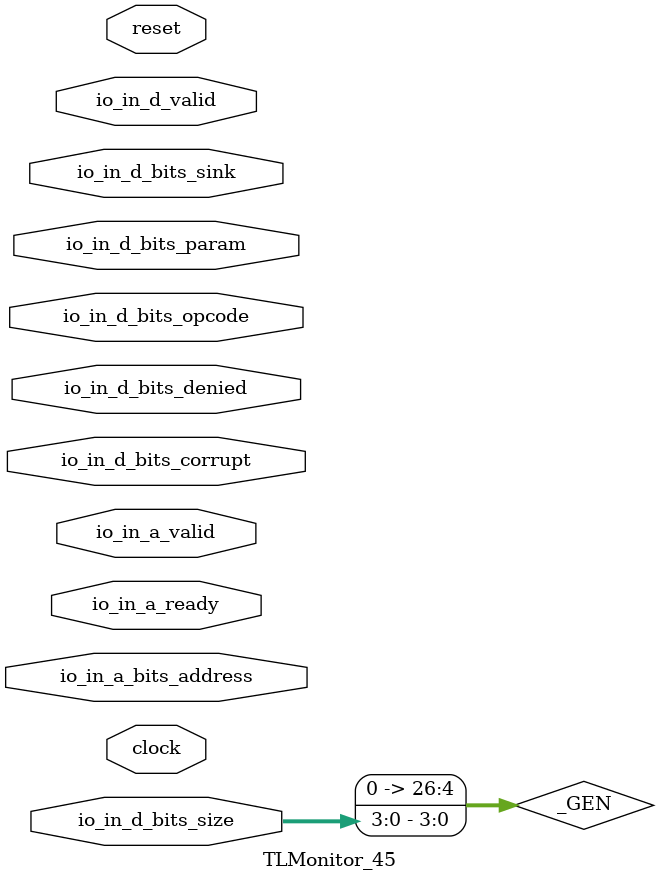
<source format=sv>
`ifndef RANDOMIZE
  `ifdef RANDOMIZE_REG_INIT
    `define RANDOMIZE
  `endif // RANDOMIZE_REG_INIT
`endif // not def RANDOMIZE
`ifndef RANDOMIZE
  `ifdef RANDOMIZE_MEM_INIT
    `define RANDOMIZE
  `endif // RANDOMIZE_MEM_INIT
`endif // not def RANDOMIZE

`ifndef RANDOM
  `define RANDOM $random
`endif // not def RANDOM

// Users can define 'PRINTF_COND' to add an extra gate to prints.
`ifndef PRINTF_COND_
  `ifdef PRINTF_COND
    `define PRINTF_COND_ (`PRINTF_COND)
  `else  // PRINTF_COND
    `define PRINTF_COND_ 1
  `endif // PRINTF_COND
`endif // not def PRINTF_COND_

// Users can define 'ASSERT_VERBOSE_COND' to add an extra gate to assert error printing.
`ifndef ASSERT_VERBOSE_COND_
  `ifdef ASSERT_VERBOSE_COND
    `define ASSERT_VERBOSE_COND_ (`ASSERT_VERBOSE_COND)
  `else  // ASSERT_VERBOSE_COND
    `define ASSERT_VERBOSE_COND_ 1
  `endif // ASSERT_VERBOSE_COND
`endif // not def ASSERT_VERBOSE_COND_

// Users can define 'STOP_COND' to add an extra gate to stop conditions.
`ifndef STOP_COND_
  `ifdef STOP_COND
    `define STOP_COND_ (`STOP_COND)
  `else  // STOP_COND
    `define STOP_COND_ 1
  `endif // STOP_COND
`endif // not def STOP_COND_

// Users can define INIT_RANDOM as general code that gets injected into the
// initializer block for modules with registers.
`ifndef INIT_RANDOM
  `define INIT_RANDOM
`endif // not def INIT_RANDOM

// If using random initialization, you can also define RANDOMIZE_DELAY to
// customize the delay used, otherwise 0.002 is used.
`ifndef RANDOMIZE_DELAY
  `define RANDOMIZE_DELAY 0.002
`endif // not def RANDOMIZE_DELAY

// Define INIT_RANDOM_PROLOG_ for use in our modules below.
`ifndef INIT_RANDOM_PROLOG_
  `ifdef RANDOMIZE
    `ifdef VERILATOR
      `define INIT_RANDOM_PROLOG_ `INIT_RANDOM
    `else  // VERILATOR
      `define INIT_RANDOM_PROLOG_ `INIT_RANDOM #`RANDOMIZE_DELAY begin end
    `endif // VERILATOR
  `else  // RANDOMIZE
    `define INIT_RANDOM_PROLOG_
  `endif // RANDOMIZE
`endif // not def INIT_RANDOM_PROLOG_

module TLMonitor_45(
  input        clock,
               reset,
               io_in_a_ready,
               io_in_a_valid,
  input [31:0] io_in_a_bits_address,
  input        io_in_d_valid,
  input [2:0]  io_in_d_bits_opcode,
  input [1:0]  io_in_d_bits_param,
  input [3:0]  io_in_d_bits_size,
  input [2:0]  io_in_d_bits_sink,
  input        io_in_d_bits_denied,
               io_in_d_bits_corrupt
);

  wire [31:0] _plusarg_reader_1_out;	// @[PlusArg.scala:80:11]
  wire [31:0] _plusarg_reader_out;	// @[PlusArg.scala:80:11]
  wire        _T_1274 = io_in_a_ready & io_in_a_valid;	// @[Decoupled.scala:51:35]
  reg  [8:0]  a_first_counter;	// @[Edges.scala:228:27]
  reg  [2:0]  opcode;	// @[Monitor.scala:384:22]
  reg  [2:0]  param;	// @[Monitor.scala:385:22]
  reg  [3:0]  size;	// @[Monitor.scala:386:22]
  reg         source;	// @[Monitor.scala:387:22]
  reg  [31:0] address;	// @[Monitor.scala:388:22]
  reg  [8:0]  d_first_counter;	// @[Edges.scala:228:27]
  reg  [2:0]  opcode_1;	// @[Monitor.scala:535:22]
  reg  [1:0]  param_1;	// @[Monitor.scala:536:22]
  reg  [3:0]  size_1;	// @[Monitor.scala:537:22]
  reg         source_1;	// @[Monitor.scala:538:22]
  reg  [2:0]  sink;	// @[Monitor.scala:539:22]
  reg         denied;	// @[Monitor.scala:540:22]
  reg         inflight;	// @[Monitor.scala:611:27]
  reg  [3:0]  inflight_opcodes;	// @[Monitor.scala:613:35]
  reg  [7:0]  inflight_sizes;	// @[Monitor.scala:615:33]
  reg  [8:0]  a_first_counter_1;	// @[Edges.scala:228:27]
  wire        a_first_1 = a_first_counter_1 == 9'h0;	// @[Edges.scala:228:27, :230:25]
  reg  [8:0]  d_first_counter_1;	// @[Edges.scala:228:27]
  wire        d_first_1 = d_first_counter_1 == 9'h0;	// @[Edges.scala:228:27, :230:25]
  wire        a_set = _T_1274 & a_first_1;	// @[Decoupled.scala:51:35, Edges.scala:230:25, Monitor.scala:652:27]
  wire        d_release_ack = io_in_d_bits_opcode == 3'h6;	// @[Monitor.scala:81:25, :670:46]
  reg  [31:0] watchdog;	// @[Monitor.scala:706:27]
  reg  [8:0]  d_first_counter_2;	// @[Edges.scala:228:27]
  wire        d_first_2 = d_first_counter_2 == 9'h0;	// @[Edges.scala:228:27, :230:25]
  wire [26:0] _GEN = {23'h0, io_in_d_bits_size};	// @[package.scala:235:71]
  wire [26:0] _d_first_beats1_decode_T_1 = 27'hFFF << _GEN;	// @[package.scala:235:71]
  wire [26:0] _d_first_beats1_decode_T_5 = 27'hFFF << _GEN;	// @[package.scala:235:71]
  wire [26:0] _d_first_beats1_decode_T_9 = 27'hFFF << _GEN;	// @[package.scala:235:71]
  wire        d_clr = io_in_d_valid & d_first_1 & ~d_release_ack;	// @[Edges.scala:230:25, Monitor.scala:670:46, :671:74, :675:72]
  wire        _T_1165 = _T_1274 & ~(|a_first_counter);	// @[Decoupled.scala:51:35, Edges.scala:228:27, :230:25, Monitor.scala:396:20]
  wire        _T_1193 = io_in_d_valid & ~(|d_first_counter);	// @[Edges.scala:228:27, :230:25, Monitor.scala:549:20]
  always @(posedge clock) begin
    if (reset) begin
      a_first_counter <= 9'h0;	// @[Edges.scala:228:27]
      d_first_counter <= 9'h0;	// @[Edges.scala:228:27]
      inflight <= 1'h0;	// @[Monitor.scala:611:27]
      inflight_opcodes <= 4'h0;	// @[Misc.scala:205:21, Monitor.scala:613:35, :638:65]
      inflight_sizes <= 8'h0;	// @[Monitor.scala:615:33, :745:35]
      a_first_counter_1 <= 9'h0;	// @[Edges.scala:228:27]
      d_first_counter_1 <= 9'h0;	// @[Edges.scala:228:27]
      watchdog <= 32'h0;	// @[Bundles.scala:259:74, Monitor.scala:706:27]
      d_first_counter_2 <= 9'h0;	// @[Edges.scala:228:27]
    end
    else begin
      if (_T_1274) begin	// @[Decoupled.scala:51:35]
        if (|a_first_counter)	// @[Edges.scala:228:27, :230:25]
          a_first_counter <= a_first_counter - 9'h1;	// @[Edges.scala:228:27, :229:28]
        else	// @[Edges.scala:230:25]
          a_first_counter <= 9'h0;	// @[Edges.scala:228:27]
        if (a_first_1)	// @[Edges.scala:230:25]
          a_first_counter_1 <= 9'h0;	// @[Edges.scala:228:27]
        else	// @[Edges.scala:230:25]
          a_first_counter_1 <= a_first_counter_1 - 9'h1;	// @[Edges.scala:228:27, :229:28]
      end
      if (io_in_d_valid) begin
        if (|d_first_counter)	// @[Edges.scala:228:27, :230:25]
          d_first_counter <= d_first_counter - 9'h1;	// @[Edges.scala:228:27, :229:28]
        else if (io_in_d_bits_opcode[0])	// @[Edges.scala:105:36]
          d_first_counter <= ~(_d_first_beats1_decode_T_1[11:3]);	// @[Edges.scala:228:27, package.scala:235:{46,71,76}]
        else	// @[Edges.scala:105:36]
          d_first_counter <= 9'h0;	// @[Edges.scala:228:27]
        if (d_first_1) begin	// @[Edges.scala:230:25]
          if (io_in_d_bits_opcode[0])	// @[Edges.scala:105:36]
            d_first_counter_1 <= ~(_d_first_beats1_decode_T_5[11:3]);	// @[Edges.scala:228:27, package.scala:235:{46,71,76}]
          else	// @[Edges.scala:105:36]
            d_first_counter_1 <= 9'h0;	// @[Edges.scala:228:27]
        end
        else	// @[Edges.scala:230:25]
          d_first_counter_1 <= d_first_counter_1 - 9'h1;	// @[Edges.scala:228:27, :229:28]
        if (d_first_2) begin	// @[Edges.scala:230:25]
          if (io_in_d_bits_opcode[0])	// @[Edges.scala:105:36]
            d_first_counter_2 <= ~(_d_first_beats1_decode_T_9[11:3]);	// @[Edges.scala:228:27, package.scala:235:{46,71,76}]
          else	// @[Edges.scala:105:36]
            d_first_counter_2 <= 9'h0;	// @[Edges.scala:228:27]
        end
        else	// @[Edges.scala:230:25]
          d_first_counter_2 <= d_first_counter_2 - 9'h1;	// @[Edges.scala:228:27, :229:28]
      end
      inflight <= (inflight | a_set) & ~d_clr;	// @[Monitor.scala:611:27, :652:27, :675:72, :702:{27,36,38}]
      inflight_opcodes <= (inflight_opcodes | (a_set ? 4'h9 : 4'h0)) & ~{4{d_clr}};	// @[Misc.scala:205:21, Monitor.scala:613:35, :627:33, :638:65, :652:{27,72}, :654:61, :656:28, :665:33, :675:{72,91}, :677:21, :703:{43,60,62}]
      inflight_sizes <= (inflight_sizes | (a_set ? {3'h0, a_set ? 5'hD : 5'h0} : 8'h0)) & ~{8{d_clr}};	// @[Monitor.scala:615:33, :629:31, :645:38, :652:{27,72}, :655:{28,59}, :657:28, :667:31, :675:{72,91}, :678:21, :704:{39,54,56}, :745:35]
      if (_T_1274 | io_in_d_valid)	// @[Decoupled.scala:51:35, Monitor.scala:712:27]
        watchdog <= 32'h0;	// @[Bundles.scala:259:74, Monitor.scala:706:27]
      else	// @[Monitor.scala:712:27]
        watchdog <= watchdog + 32'h1;	// @[Monitor.scala:706:27, :711:26]
    end
    if (_T_1165) begin	// @[Monitor.scala:396:20]
      opcode <= 3'h4;	// @[Monitor.scala:384:22]
      param <= 3'h0;	// @[Monitor.scala:385:22]
      size <= 4'h6;	// @[Monitor.scala:386:22]
      address <= io_in_a_bits_address;	// @[Monitor.scala:388:22]
    end
    source <= ~_T_1165 & source;	// @[Monitor.scala:387:22, :396:{20,32}, :400:15]
    if (_T_1193) begin	// @[Monitor.scala:549:20]
      opcode_1 <= io_in_d_bits_opcode;	// @[Monitor.scala:535:22]
      param_1 <= io_in_d_bits_param;	// @[Monitor.scala:536:22]
      size_1 <= io_in_d_bits_size;	// @[Monitor.scala:537:22]
      sink <= io_in_d_bits_sink;	// @[Monitor.scala:539:22]
      denied <= io_in_d_bits_denied;	// @[Monitor.scala:540:22]
    end
    source_1 <= ~_T_1193 & source_1;	// @[Monitor.scala:538:22, :549:{20,32}, :553:15]
  end // always @(posedge)
  `ifndef SYNTHESIS
    wire  [7:0][2:0] _GEN_0 = '{3'h4, 3'h5, 3'h2, 3'h1, 3'h1, 3'h1, 3'h0, 3'h0};	// @[Monitor.scala:690:38]
    wire  [7:0][2:0] _GEN_1 = '{3'h4, 3'h4, 3'h2, 3'h1, 3'h1, 3'h1, 3'h0, 3'h0};	// @[Monitor.scala:689:38]
    wire             _GEN_2 = io_in_d_valid & io_in_d_bits_opcode == 3'h6;	// @[Monitor.scala:81:25, :310:{25,52}]
    wire             _GEN_3 = io_in_d_bits_size < 4'h3;	// @[Monitor.scala:312:27]
    wire             _GEN_4 = io_in_d_valid & io_in_d_bits_opcode == 3'h4;	// @[Monitor.scala:318:{25,47}]
    wire             _GEN_5 = io_in_d_bits_param == 2'h2;	// @[Bundles.scala:111:27, Monitor.scala:323:28]
    wire             _GEN_6 = io_in_d_valid & io_in_d_bits_opcode == 3'h5;	// @[Monitor.scala:146:25, :328:{25,51}]
    wire             _GEN_7 = io_in_d_valid & io_in_d_bits_opcode == 3'h0;	// @[Monitor.scala:338:{25,51}]
    wire             _GEN_8 = io_in_d_valid & io_in_d_bits_opcode == 3'h1;	// @[Misc.scala:201:81, Monitor.scala:346:{25,55}]
    wire             _GEN_9 = io_in_d_valid & io_in_d_bits_opcode == 3'h2;	// @[Monitor.scala:354:{25,49}, :640:42]
    wire             _T_1143 = io_in_a_valid & (|a_first_counter);	// @[Edges.scala:228:27, :230:25, Monitor.scala:389:19]
    wire             _T_1167 = io_in_d_valid & (|d_first_counter);	// @[Edges.scala:228:27, :230:25, Monitor.scala:541:19]
    wire             a_set_wo_ready = io_in_a_valid & a_first_1;	// @[Edges.scala:230:25, Monitor.scala:648:26]
    wire             _T_1246 = io_in_d_valid & d_first_1;	// @[Edges.scala:230:25, Monitor.scala:671:26]
    wire             _T_1217 = _T_1246 & ~d_release_ack;	// @[Monitor.scala:670:46, :671:{26,74}, :680:71]
    wire             _GEN_10 = _T_1217 & a_set_wo_ready;	// @[Monitor.scala:648:26, :680:71, :684:30]
    wire             _GEN_11 = _T_1217 & ~a_set_wo_ready;	// @[Monitor.scala:648:26, :680:71, :684:30]
    wire             _T_1303 = io_in_d_valid & d_first_2 & d_release_ack;	// @[Edges.scala:230:25, Monitor.scala:670:46, :791:71]
    always @(posedge clock) begin	// @[Monitor.scala:42:11]
      if (io_in_a_valid & ~reset & ~(io_in_a_bits_address[31:12] == 20'h3 | {io_in_a_bits_address[31:15], io_in_a_bits_address[13:12]} == 19'h0 | io_in_a_bits_address[31:16] == 16'h1 | io_in_a_bits_address[31:16] == 16'h2 | {io_in_a_bits_address[31:17] ^ 15'h8, io_in_a_bits_address[15:12]} == 19'h0 | io_in_a_bits_address[31:16] == 16'h200 | io_in_a_bits_address[31:12] == 20'h2010 | io_in_a_bits_address[31:26] == 6'h3 | io_in_a_bits_address[31:12] == 20'h10000 | io_in_a_bits_address[31:12] == 20'h54000 | io_in_a_bits_address[31:28] == 4'h8)) begin	// @[Monitor.scala:42:11, Parameters.scala:137:{31,45,65}, :672:30]
        if (`ASSERT_VERBOSE_COND_)	// @[Monitor.scala:42:11]
          $error("Assertion failed: 'A' channel carries Get type which slave claims it can't support (connected at tile.scala:138:21)\n    at Monitor.scala:42 assert(cond, message)\n");	// @[Monitor.scala:42:11]
        if (`STOP_COND_)	// @[Monitor.scala:42:11]
          $fatal;	// @[Monitor.scala:42:11]
      end
      if (io_in_a_valid & ~reset & (|(io_in_a_bits_address[5:0]))) begin	// @[Edges.scala:20:{16,24}, Monitor.scala:42:11]
        if (`ASSERT_VERBOSE_COND_)	// @[Monitor.scala:42:11]
          $error("Assertion failed: 'A' channel Get address not aligned to size (connected at tile.scala:138:21)\n    at Monitor.scala:42 assert(cond, message)\n");	// @[Monitor.scala:42:11]
        if (`STOP_COND_)	// @[Monitor.scala:42:11]
          $fatal;	// @[Monitor.scala:42:11]
      end
      if (io_in_d_valid & ~reset & (&io_in_d_bits_opcode)) begin	// @[Bundles.scala:45:24, Monitor.scala:49:11]
        if (`ASSERT_VERBOSE_COND_)	// @[Monitor.scala:49:11]
          $error("Assertion failed: 'D' channel has invalid opcode (connected at tile.scala:138:21)\n    at Monitor.scala:49 assert(cond, message)\n");	// @[Monitor.scala:49:11]
        if (`STOP_COND_)	// @[Monitor.scala:49:11]
          $fatal;	// @[Monitor.scala:49:11]
      end
      if (_GEN_2 & ~reset & _GEN_3) begin	// @[Monitor.scala:49:11, :310:52, :312:27]
        if (`ASSERT_VERBOSE_COND_)	// @[Monitor.scala:49:11]
          $error("Assertion failed: 'D' channel ReleaseAck smaller than a beat (connected at tile.scala:138:21)\n    at Monitor.scala:49 assert(cond, message)\n");	// @[Monitor.scala:49:11]
        if (`STOP_COND_)	// @[Monitor.scala:49:11]
          $fatal;	// @[Monitor.scala:49:11]
      end
      if (_GEN_2 & ~reset & (|io_in_d_bits_param)) begin	// @[Monitor.scala:49:11, :310:52, :313:28]
        if (`ASSERT_VERBOSE_COND_)	// @[Monitor.scala:49:11]
          $error("Assertion failed: 'D' channel ReleaseeAck carries invalid param (connected at tile.scala:138:21)\n    at Monitor.scala:49 assert(cond, message)\n");	// @[Monitor.scala:49:11]
        if (`STOP_COND_)	// @[Monitor.scala:49:11]
          $fatal;	// @[Monitor.scala:49:11]
      end
      if (_GEN_2 & ~reset & io_in_d_bits_corrupt) begin	// @[Monitor.scala:49:11, :310:52]
        if (`ASSERT_VERBOSE_COND_)	// @[Monitor.scala:49:11]
          $error("Assertion failed: 'D' channel ReleaseAck is corrupt (connected at tile.scala:138:21)\n    at Monitor.scala:49 assert(cond, message)\n");	// @[Monitor.scala:49:11]
        if (`STOP_COND_)	// @[Monitor.scala:49:11]
          $fatal;	// @[Monitor.scala:49:11]
      end
      if (_GEN_2 & ~reset & io_in_d_bits_denied) begin	// @[Monitor.scala:49:11, :310:52]
        if (`ASSERT_VERBOSE_COND_)	// @[Monitor.scala:49:11]
          $error("Assertion failed: 'D' channel ReleaseAck is denied (connected at tile.scala:138:21)\n    at Monitor.scala:49 assert(cond, message)\n");	// @[Monitor.scala:49:11]
        if (`STOP_COND_)	// @[Monitor.scala:49:11]
          $fatal;	// @[Monitor.scala:49:11]
      end
      if (_GEN_4 & ~reset & _GEN_3) begin	// @[Monitor.scala:49:11, :312:27, :318:47]
        if (`ASSERT_VERBOSE_COND_)	// @[Monitor.scala:49:11]
          $error("Assertion failed: 'D' channel Grant smaller than a beat (connected at tile.scala:138:21)\n    at Monitor.scala:49 assert(cond, message)\n");	// @[Monitor.scala:49:11]
        if (`STOP_COND_)	// @[Monitor.scala:49:11]
          $fatal;	// @[Monitor.scala:49:11]
      end
      if (_GEN_4 & ~reset & (&io_in_d_bits_param)) begin	// @[Bundles.scala:105:26, Monitor.scala:49:11, :318:47]
        if (`ASSERT_VERBOSE_COND_)	// @[Monitor.scala:49:11]
          $error("Assertion failed: 'D' channel Grant carries invalid cap param (connected at tile.scala:138:21)\n    at Monitor.scala:49 assert(cond, message)\n");	// @[Monitor.scala:49:11]
        if (`STOP_COND_)	// @[Monitor.scala:49:11]
          $fatal;	// @[Monitor.scala:49:11]
      end
      if (_GEN_4 & ~reset & _GEN_5) begin	// @[Monitor.scala:49:11, :318:47, :323:28]
        if (`ASSERT_VERBOSE_COND_)	// @[Monitor.scala:49:11]
          $error("Assertion failed: 'D' channel Grant carries toN param (connected at tile.scala:138:21)\n    at Monitor.scala:49 assert(cond, message)\n");	// @[Monitor.scala:49:11]
        if (`STOP_COND_)	// @[Monitor.scala:49:11]
          $fatal;	// @[Monitor.scala:49:11]
      end
      if (_GEN_4 & ~reset & io_in_d_bits_corrupt) begin	// @[Monitor.scala:49:11, :318:47]
        if (`ASSERT_VERBOSE_COND_)	// @[Monitor.scala:49:11]
          $error("Assertion failed: 'D' channel Grant is corrupt (connected at tile.scala:138:21)\n    at Monitor.scala:49 assert(cond, message)\n");	// @[Monitor.scala:49:11]
        if (`STOP_COND_)	// @[Monitor.scala:49:11]
          $fatal;	// @[Monitor.scala:49:11]
      end
      if (_GEN_6 & ~reset & _GEN_3) begin	// @[Monitor.scala:49:11, :312:27, :328:51]
        if (`ASSERT_VERBOSE_COND_)	// @[Monitor.scala:49:11]
          $error("Assertion failed: 'D' channel GrantData smaller than a beat (connected at tile.scala:138:21)\n    at Monitor.scala:49 assert(cond, message)\n");	// @[Monitor.scala:49:11]
        if (`STOP_COND_)	// @[Monitor.scala:49:11]
          $fatal;	// @[Monitor.scala:49:11]
      end
      if (_GEN_6 & ~reset & (&io_in_d_bits_param)) begin	// @[Bundles.scala:105:26, Monitor.scala:49:11, :328:51]
        if (`ASSERT_VERBOSE_COND_)	// @[Monitor.scala:49:11]
          $error("Assertion failed: 'D' channel GrantData carries invalid cap param (connected at tile.scala:138:21)\n    at Monitor.scala:49 assert(cond, message)\n");	// @[Monitor.scala:49:11]
        if (`STOP_COND_)	// @[Monitor.scala:49:11]
          $fatal;	// @[Monitor.scala:49:11]
      end
      if (_GEN_6 & ~reset & _GEN_5) begin	// @[Monitor.scala:49:11, :323:28, :328:51]
        if (`ASSERT_VERBOSE_COND_)	// @[Monitor.scala:49:11]
          $error("Assertion failed: 'D' channel GrantData carries toN param (connected at tile.scala:138:21)\n    at Monitor.scala:49 assert(cond, message)\n");	// @[Monitor.scala:49:11]
        if (`STOP_COND_)	// @[Monitor.scala:49:11]
          $fatal;	// @[Monitor.scala:49:11]
      end
      if (_GEN_6 & ~reset & ~(~io_in_d_bits_denied | io_in_d_bits_corrupt)) begin	// @[Monitor.scala:49:11, :328:51, :334:{15,30}]
        if (`ASSERT_VERBOSE_COND_)	// @[Monitor.scala:49:11]
          $error("Assertion failed: 'D' channel GrantData is denied but not corrupt (connected at tile.scala:138:21)\n    at Monitor.scala:49 assert(cond, message)\n");	// @[Monitor.scala:49:11]
        if (`STOP_COND_)	// @[Monitor.scala:49:11]
          $fatal;	// @[Monitor.scala:49:11]
      end
      if (_GEN_7 & ~reset & (|io_in_d_bits_param)) begin	// @[Monitor.scala:49:11, :338:51, :341:28]
        if (`ASSERT_VERBOSE_COND_)	// @[Monitor.scala:49:11]
          $error("Assertion failed: 'D' channel AccessAck carries invalid param (connected at tile.scala:138:21)\n    at Monitor.scala:49 assert(cond, message)\n");	// @[Monitor.scala:49:11]
        if (`STOP_COND_)	// @[Monitor.scala:49:11]
          $fatal;	// @[Monitor.scala:49:11]
      end
      if (_GEN_7 & ~reset & io_in_d_bits_corrupt) begin	// @[Monitor.scala:49:11, :338:51]
        if (`ASSERT_VERBOSE_COND_)	// @[Monitor.scala:49:11]
          $error("Assertion failed: 'D' channel AccessAck is corrupt (connected at tile.scala:138:21)\n    at Monitor.scala:49 assert(cond, message)\n");	// @[Monitor.scala:49:11]
        if (`STOP_COND_)	// @[Monitor.scala:49:11]
          $fatal;	// @[Monitor.scala:49:11]
      end
      if (_GEN_8 & ~reset & (|io_in_d_bits_param)) begin	// @[Monitor.scala:49:11, :346:55, :349:28]
        if (`ASSERT_VERBOSE_COND_)	// @[Monitor.scala:49:11]
          $error("Assertion failed: 'D' channel AccessAckData carries invalid param (connected at tile.scala:138:21)\n    at Monitor.scala:49 assert(cond, message)\n");	// @[Monitor.scala:49:11]
        if (`STOP_COND_)	// @[Monitor.scala:49:11]
          $fatal;	// @[Monitor.scala:49:11]
      end
      if (_GEN_8 & ~reset & ~(~io_in_d_bits_denied | io_in_d_bits_corrupt)) begin	// @[Monitor.scala:49:11, :346:55, :350:{15,30}]
        if (`ASSERT_VERBOSE_COND_)	// @[Monitor.scala:49:11]
          $error("Assertion failed: 'D' channel AccessAckData is denied but not corrupt (connected at tile.scala:138:21)\n    at Monitor.scala:49 assert(cond, message)\n");	// @[Monitor.scala:49:11]
        if (`STOP_COND_)	// @[Monitor.scala:49:11]
          $fatal;	// @[Monitor.scala:49:11]
      end
      if (_GEN_9 & ~reset & (|io_in_d_bits_param)) begin	// @[Monitor.scala:49:11, :354:49, :357:28]
        if (`ASSERT_VERBOSE_COND_)	// @[Monitor.scala:49:11]
          $error("Assertion failed: 'D' channel HintAck carries invalid param (connected at tile.scala:138:21)\n    at Monitor.scala:49 assert(cond, message)\n");	// @[Monitor.scala:49:11]
        if (`STOP_COND_)	// @[Monitor.scala:49:11]
          $fatal;	// @[Monitor.scala:49:11]
      end
      if (_GEN_9 & ~reset & io_in_d_bits_corrupt) begin	// @[Monitor.scala:49:11, :354:49]
        if (`ASSERT_VERBOSE_COND_)	// @[Monitor.scala:49:11]
          $error("Assertion failed: 'D' channel HintAck is corrupt (connected at tile.scala:138:21)\n    at Monitor.scala:49 assert(cond, message)\n");	// @[Monitor.scala:49:11]
        if (`STOP_COND_)	// @[Monitor.scala:49:11]
          $fatal;	// @[Monitor.scala:49:11]
      end
      if (_T_1143 & ~reset & opcode != 3'h4) begin	// @[Monitor.scala:42:11, :384:22, :389:19, :390:32]
        if (`ASSERT_VERBOSE_COND_)	// @[Monitor.scala:42:11]
          $error("Assertion failed: 'A' channel opcode changed within multibeat operation (connected at tile.scala:138:21)\n    at Monitor.scala:42 assert(cond, message)\n");	// @[Monitor.scala:42:11]
        if (`STOP_COND_)	// @[Monitor.scala:42:11]
          $fatal;	// @[Monitor.scala:42:11]
      end
      if (_T_1143 & ~reset & (|param)) begin	// @[Monitor.scala:42:11, :385:22, :389:19, :391:32]
        if (`ASSERT_VERBOSE_COND_)	// @[Monitor.scala:42:11]
          $error("Assertion failed: 'A' channel param changed within multibeat operation (connected at tile.scala:138:21)\n    at Monitor.scala:42 assert(cond, message)\n");	// @[Monitor.scala:42:11]
        if (`STOP_COND_)	// @[Monitor.scala:42:11]
          $fatal;	// @[Monitor.scala:42:11]
      end
      if (_T_1143 & ~reset & size != 4'h6) begin	// @[Monitor.scala:42:11, :386:22, :389:19, :392:32]
        if (`ASSERT_VERBOSE_COND_)	// @[Monitor.scala:42:11]
          $error("Assertion failed: 'A' channel size changed within multibeat operation (connected at tile.scala:138:21)\n    at Monitor.scala:42 assert(cond, message)\n");	// @[Monitor.scala:42:11]
        if (`STOP_COND_)	// @[Monitor.scala:42:11]
          $fatal;	// @[Monitor.scala:42:11]
      end
      if (_T_1143 & ~reset & source) begin	// @[Monitor.scala:42:11, :387:22, :389:19]
        if (`ASSERT_VERBOSE_COND_)	// @[Monitor.scala:42:11]
          $error("Assertion failed: 'A' channel source changed within multibeat operation (connected at tile.scala:138:21)\n    at Monitor.scala:42 assert(cond, message)\n");	// @[Monitor.scala:42:11]
        if (`STOP_COND_)	// @[Monitor.scala:42:11]
          $fatal;	// @[Monitor.scala:42:11]
      end
      if (_T_1143 & ~reset & io_in_a_bits_address != address) begin	// @[Monitor.scala:42:11, :388:22, :389:19, :394:32]
        if (`ASSERT_VERBOSE_COND_)	// @[Monitor.scala:42:11]
          $error("Assertion failed: 'A' channel address changed with multibeat operation (connected at tile.scala:138:21)\n    at Monitor.scala:42 assert(cond, message)\n");	// @[Monitor.scala:42:11]
        if (`STOP_COND_)	// @[Monitor.scala:42:11]
          $fatal;	// @[Monitor.scala:42:11]
      end
      if (_T_1167 & ~reset & io_in_d_bits_opcode != opcode_1) begin	// @[Monitor.scala:49:11, :535:22, :541:19, :542:29]
        if (`ASSERT_VERBOSE_COND_)	// @[Monitor.scala:49:11]
          $error("Assertion failed: 'D' channel opcode changed within multibeat operation (connected at tile.scala:138:21)\n    at Monitor.scala:49 assert(cond, message)\n");	// @[Monitor.scala:49:11]
        if (`STOP_COND_)	// @[Monitor.scala:49:11]
          $fatal;	// @[Monitor.scala:49:11]
      end
      if (_T_1167 & ~reset & io_in_d_bits_param != param_1) begin	// @[Monitor.scala:49:11, :536:22, :541:19, :543:29]
        if (`ASSERT_VERBOSE_COND_)	// @[Monitor.scala:49:11]
          $error("Assertion failed: 'D' channel param changed within multibeat operation (connected at tile.scala:138:21)\n    at Monitor.scala:49 assert(cond, message)\n");	// @[Monitor.scala:49:11]
        if (`STOP_COND_)	// @[Monitor.scala:49:11]
          $fatal;	// @[Monitor.scala:49:11]
      end
      if (_T_1167 & ~reset & io_in_d_bits_size != size_1) begin	// @[Monitor.scala:49:11, :537:22, :541:19, :544:29]
        if (`ASSERT_VERBOSE_COND_)	// @[Monitor.scala:49:11]
          $error("Assertion failed: 'D' channel size changed within multibeat operation (connected at tile.scala:138:21)\n    at Monitor.scala:49 assert(cond, message)\n");	// @[Monitor.scala:49:11]
        if (`STOP_COND_)	// @[Monitor.scala:49:11]
          $fatal;	// @[Monitor.scala:49:11]
      end
      if (_T_1167 & ~reset & source_1) begin	// @[Monitor.scala:49:11, :538:22, :541:19]
        if (`ASSERT_VERBOSE_COND_)	// @[Monitor.scala:49:11]
          $error("Assertion failed: 'D' channel source changed within multibeat operation (connected at tile.scala:138:21)\n    at Monitor.scala:49 assert(cond, message)\n");	// @[Monitor.scala:49:11]
        if (`STOP_COND_)	// @[Monitor.scala:49:11]
          $fatal;	// @[Monitor.scala:49:11]
      end
      if (_T_1167 & ~reset & io_in_d_bits_sink != sink) begin	// @[Monitor.scala:49:11, :539:22, :541:19, :546:29]
        if (`ASSERT_VERBOSE_COND_)	// @[Monitor.scala:49:11]
          $error("Assertion failed: 'D' channel sink changed with multibeat operation (connected at tile.scala:138:21)\n    at Monitor.scala:49 assert(cond, message)\n");	// @[Monitor.scala:49:11]
        if (`STOP_COND_)	// @[Monitor.scala:49:11]
          $fatal;	// @[Monitor.scala:49:11]
      end
      if (_T_1167 & ~reset & io_in_d_bits_denied != denied) begin	// @[Monitor.scala:49:11, :540:22, :541:19, :547:29]
        if (`ASSERT_VERBOSE_COND_)	// @[Monitor.scala:49:11]
          $error("Assertion failed: 'D' channel denied changed with multibeat operation (connected at tile.scala:138:21)\n    at Monitor.scala:49 assert(cond, message)\n");	// @[Monitor.scala:49:11]
        if (`STOP_COND_)	// @[Monitor.scala:49:11]
          $fatal;	// @[Monitor.scala:49:11]
      end
      if (a_set & ~reset & inflight) begin	// @[Monitor.scala:42:11, :611:27, :652:27]
        if (`ASSERT_VERBOSE_COND_)	// @[Monitor.scala:42:11]
          $error("Assertion failed: 'A' channel re-used a source ID (connected at tile.scala:138:21)\n    at Monitor.scala:42 assert(cond, message)\n");	// @[Monitor.scala:42:11]
        if (`STOP_COND_)	// @[Monitor.scala:42:11]
          $fatal;	// @[Monitor.scala:42:11]
      end
      if (_T_1217 & ~reset & ~(inflight | a_set_wo_ready)) begin	// @[Monitor.scala:49:11, :611:27, :648:26, :680:71, :682:49]
        if (`ASSERT_VERBOSE_COND_)	// @[Monitor.scala:49:11]
          $error("Assertion failed: 'D' channel acknowledged for nothing inflight (connected at tile.scala:138:21)\n    at Monitor.scala:49 assert(cond, message)\n");	// @[Monitor.scala:49:11]
        if (`STOP_COND_)	// @[Monitor.scala:49:11]
          $fatal;	// @[Monitor.scala:49:11]
      end
      if (_GEN_10 & ~reset & ~(io_in_d_bits_opcode == 3'h1 | io_in_d_bits_opcode == 3'h1)) begin	// @[Misc.scala:201:81, Monitor.scala:49:11, :684:30, :685:{38,77}, :686:39]
        if (`ASSERT_VERBOSE_COND_)	// @[Monitor.scala:49:11]
          $error("Assertion failed: 'D' channel contains improper opcode response (connected at tile.scala:138:21)\n    at Monitor.scala:49 assert(cond, message)\n");	// @[Monitor.scala:49:11]
        if (`STOP_COND_)	// @[Monitor.scala:49:11]
          $fatal;	// @[Monitor.scala:49:11]
      end
      if (_GEN_10 & ~reset & io_in_d_bits_size != 4'h6) begin	// @[Monitor.scala:49:11, :684:30, :687:36]
        if (`ASSERT_VERBOSE_COND_)	// @[Monitor.scala:49:11]
          $error("Assertion failed: 'D' channel contains improper response size (connected at tile.scala:138:21)\n    at Monitor.scala:49 assert(cond, message)\n");	// @[Monitor.scala:49:11]
        if (`STOP_COND_)	// @[Monitor.scala:49:11]
          $fatal;	// @[Monitor.scala:49:11]
      end
      if (_GEN_11 & ~reset & ~(io_in_d_bits_opcode == _GEN_1[inflight_opcodes[3:1]] | io_in_d_bits_opcode == _GEN_0[inflight_opcodes[3:1]])) begin	// @[Monitor.scala:42:11, :49:11, :613:35, :634:152, :684:30, :689:{38,72}, :690:38]
        if (`ASSERT_VERBOSE_COND_)	// @[Monitor.scala:49:11]
          $error("Assertion failed: 'D' channel contains improper opcode response (connected at tile.scala:138:21)\n    at Monitor.scala:49 assert(cond, message)\n");	// @[Monitor.scala:49:11]
        if (`STOP_COND_)	// @[Monitor.scala:49:11]
          $fatal;	// @[Monitor.scala:49:11]
      end
      if (_GEN_11 & ~reset & {4'h0, io_in_d_bits_size} != {1'h0, inflight_sizes[7:1]}) begin	// @[Misc.scala:205:21, Monitor.scala:42:11, :49:11, :615:33, :638:{19,65,144}, :684:30, :691:36]
        if (`ASSERT_VERBOSE_COND_)	// @[Monitor.scala:49:11]
          $error("Assertion failed: 'D' channel contains improper response size (connected at tile.scala:138:21)\n    at Monitor.scala:49 assert(cond, message)\n");	// @[Monitor.scala:49:11]
        if (`STOP_COND_)	// @[Monitor.scala:49:11]
          $fatal;	// @[Monitor.scala:49:11]
      end
      if (_T_1246 & a_first_1 & io_in_a_valid & ~d_release_ack & ~reset & ~io_in_a_ready) begin	// @[Edges.scala:230:25, Monitor.scala:49:11, :670:46, :671:{26,74}]
        if (`ASSERT_VERBOSE_COND_)	// @[Monitor.scala:49:11]
          $error("Assertion failed: ready check\n    at Monitor.scala:49 assert(cond, message)\n");	// @[Monitor.scala:49:11]
        if (`STOP_COND_)	// @[Monitor.scala:49:11]
          $fatal;	// @[Monitor.scala:49:11]
      end
      if (~reset & ~(a_set_wo_ready != (_T_1246 & ~d_release_ack) | ~a_set_wo_ready)) begin	// @[Monitor.scala:49:11, :648:26, :670:46, :671:{26,71,74}, :699:{29,48,51}]
        if (`ASSERT_VERBOSE_COND_)	// @[Monitor.scala:49:11]
          $error("Assertion failed: 'A' and 'D' concurrent, despite minlatency 4 (connected at tile.scala:138:21)\n    at Monitor.scala:49 assert(cond, message)\n");	// @[Monitor.scala:49:11]
        if (`STOP_COND_)	// @[Monitor.scala:49:11]
          $fatal;	// @[Monitor.scala:49:11]
      end
      if (~reset & ~(~inflight | _plusarg_reader_out == 32'h0 | watchdog < _plusarg_reader_out)) begin	// @[Bundles.scala:259:74, Monitor.scala:42:11, :611:27, :706:27, :709:{16,39,47,59}, PlusArg.scala:80:11]
        if (`ASSERT_VERBOSE_COND_)	// @[Monitor.scala:42:11]
          $error("Assertion failed: TileLink timeout expired (connected at tile.scala:138:21)\n    at Monitor.scala:42 assert(cond, message)\n");	// @[Monitor.scala:42:11]
        if (`STOP_COND_)	// @[Monitor.scala:42:11]
          $fatal;	// @[Monitor.scala:42:11]
      end
      if (_T_1303 & ~reset) begin	// @[Monitor.scala:49:11, :791:71]
        if (`ASSERT_VERBOSE_COND_)	// @[Monitor.scala:49:11]
          $error("Assertion failed: 'D' channel acknowledged for nothing inflight (connected at tile.scala:138:21)\n    at Monitor.scala:49 assert(cond, message)\n");	// @[Monitor.scala:49:11]
        if (`STOP_COND_)	// @[Monitor.scala:49:11]
          $fatal;	// @[Monitor.scala:49:11]
      end
      if (_T_1303 & ~reset & (|io_in_d_bits_size)) begin	// @[Monitor.scala:49:11, :791:71, :797:36]
        if (`ASSERT_VERBOSE_COND_)	// @[Monitor.scala:49:11]
          $error("Assertion failed: 'D' channel contains improper response size (connected at tile.scala:138:21)\n    at Monitor.scala:49 assert(cond, message)\n");	// @[Monitor.scala:49:11]
        if (`STOP_COND_)	// @[Monitor.scala:49:11]
          $fatal;	// @[Monitor.scala:49:11]
      end
    end // always @(posedge)
    `ifdef FIRRTL_BEFORE_INITIAL
      `FIRRTL_BEFORE_INITIAL
    `endif // FIRRTL_BEFORE_INITIAL
    logic [31:0]     _RANDOM_0;
    logic [31:0]     _RANDOM_1;
    logic [31:0]     _RANDOM_2;
    logic [31:0]     _RANDOM_3;
    logic [31:0]     _RANDOM_4;
    logic [31:0]     _RANDOM_5;
    initial begin
      `ifdef INIT_RANDOM_PROLOG_
        `INIT_RANDOM_PROLOG_
      `endif // INIT_RANDOM_PROLOG_
      `ifdef RANDOMIZE_REG_INIT
        _RANDOM_0 = `RANDOM;
        _RANDOM_1 = `RANDOM;
        _RANDOM_2 = `RANDOM;
        _RANDOM_3 = `RANDOM;
        _RANDOM_4 = `RANDOM;
        _RANDOM_5 = `RANDOM;
        a_first_counter = _RANDOM_0[8:0];	// @[Edges.scala:228:27]
        opcode = _RANDOM_0[11:9];	// @[Edges.scala:228:27, Monitor.scala:384:22]
        param = _RANDOM_0[14:12];	// @[Edges.scala:228:27, Monitor.scala:385:22]
        size = _RANDOM_0[18:15];	// @[Edges.scala:228:27, Monitor.scala:386:22]
        source = _RANDOM_0[19];	// @[Edges.scala:228:27, Monitor.scala:387:22]
        address = {_RANDOM_0[31:20], _RANDOM_1[19:0]};	// @[Edges.scala:228:27, Monitor.scala:388:22]
        d_first_counter = _RANDOM_1[28:20];	// @[Edges.scala:228:27, Monitor.scala:388:22]
        opcode_1 = _RANDOM_1[31:29];	// @[Monitor.scala:388:22, :535:22]
        param_1 = _RANDOM_2[1:0];	// @[Monitor.scala:536:22]
        size_1 = _RANDOM_2[5:2];	// @[Monitor.scala:536:22, :537:22]
        source_1 = _RANDOM_2[6];	// @[Monitor.scala:536:22, :538:22]
        sink = _RANDOM_2[9:7];	// @[Monitor.scala:536:22, :539:22]
        denied = _RANDOM_2[10];	// @[Monitor.scala:536:22, :540:22]
        inflight = _RANDOM_2[11];	// @[Monitor.scala:536:22, :611:27]
        inflight_opcodes = _RANDOM_2[15:12];	// @[Monitor.scala:536:22, :613:35]
        inflight_sizes = _RANDOM_2[23:16];	// @[Monitor.scala:536:22, :615:33]
        a_first_counter_1 = {_RANDOM_2[31:24], _RANDOM_3[0]};	// @[Edges.scala:228:27, Monitor.scala:536:22]
        d_first_counter_1 = _RANDOM_3[9:1];	// @[Edges.scala:228:27]
        watchdog = {_RANDOM_3[31:10], _RANDOM_4[9:0]};	// @[Edges.scala:228:27, Monitor.scala:706:27]
        d_first_counter_2 = _RANDOM_5[8:0];	// @[Edges.scala:228:27]
      `endif // RANDOMIZE_REG_INIT
    end // initial
    `ifdef FIRRTL_AFTER_INITIAL
      `FIRRTL_AFTER_INITIAL
    `endif // FIRRTL_AFTER_INITIAL
  `endif // not def SYNTHESIS
  plusarg_reader #(
    .FORMAT("tilelink_timeout=%d"),
    .DEFAULT(0),
    .WIDTH(32)
  ) plusarg_reader (	// @[PlusArg.scala:80:11]
    .out (_plusarg_reader_out)
  );
  plusarg_reader #(
    .FORMAT("tilelink_timeout=%d"),
    .DEFAULT(0),
    .WIDTH(32)
  ) plusarg_reader_1 (	// @[PlusArg.scala:80:11]
    .out (_plusarg_reader_1_out)
  );
endmodule


</source>
